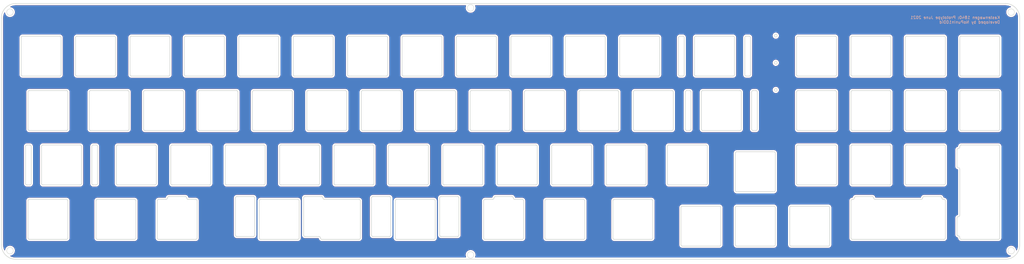
<source format=kicad_pcb>
(kicad_pcb (version 20171130) (host pcbnew "(5.1.9)-1")
  (layers (0 F.Cu signal) (31 B.Cu signal) (34 B.Paste user) (35 F.Paste user) (36 B.SilkS user) (37 F.SilkS user) (38 B.Mask user) (39 F.Mask user) (44 Edge.Cuts user))
  (net 0 "")
  (module MX_plate_cutouts:MX_7.00u_Reverse_1.00u_2.75u_2.25u_1.00u (layer F.Cu) (at 130.175 82.55)
    (fp_text reference REF**)
    (fp_text value "MX_7.00u Reverse 1.00u 2.75u 2.25u 1.00u")
    (fp_line (start 61.025 -7) (end 63.65 -7) (layer Edge.Cuts) (width 0.2))
    (fp_line (start -63.65 -7) (end -61.05 -7) (layer Edge.Cuts) (width 0.2))
    (fp_line (start -54.3 -8) (end -60.05 -8) (layer Edge.Cuts) (width 0.2))
    (fp_line (start 11.38075 6) (end 17.13075 6) (layer Edge.Cuts) (width 0.2))
    (fp_line (start 11.38075 -8) (end 17.13075 -8) (layer Edge.Cuts) (width 0.2))
    (fp_line (start 35.25675 -8) (end 41.00675 -8) (layer Edge.Cuts) (width 0.2))
    (fp_line (start 10.88075 -7.5) (end 10.88075 5.5) (layer Edge.Cuts) (width 0.2))
    (fp_line (start 17.63075 -7.5) (end 17.63075 5.5) (layer Edge.Cuts) (width 0.2))
    (fp_line (start 41.50675 -7.5) (end 41.50675 5.5) (layer Edge.Cuts) (width 0.2))
    (fp_line (start 19.69375 -7) (end 32.69375 -7) (layer Edge.Cuts) (width 0.2))
    (fp_line (start 19.19375 -6.5) (end 19.19375 6.5) (layer Edge.Cuts) (width 0.2))
    (fp_line (start 33.19375 6.5) (end 33.19375 -6.5) (layer Edge.Cuts) (width 0.2))
    (fp_line (start 32.69375 7) (end 19.69375 7) (layer Edge.Cuts) (width 0.2))
    (fp_line (start 34.75675 -7.5) (end 34.75675 5.5) (layer Edge.Cuts) (width 0.2))
    (fp_line (start 35.25675 6) (end 41.00675 6) (layer Edge.Cuts) (width 0.2))
    (fp_line (start -64.15 -6.5) (end -64.15 6.5) (layer Edge.Cuts) (width 0.2))
    (fp_line (start -50.15 6.5) (end -50.15 -6.5) (layer Edge.Cuts) (width 0.2))
    (fp_line (start -53.3 -7) (end -50.65 -7) (layer Edge.Cuts) (width 0.2))
    (fp_line (start 6.5 7) (end -6.5 7) (layer Edge.Cuts) (width 0.2))
    (fp_line (start 7 6.5) (end 7 -6.5) (layer Edge.Cuts) (width 0.2))
    (fp_line (start -5.61825 -7) (end 6.5 -7) (layer Edge.Cuts) (width 0.2))
    (fp_line (start 54.275 -8) (end 60.025 -8) (layer Edge.Cuts) (width 0.2))
    (fp_line (start 64.15 6.5) (end 64.15 -6.5) (layer Edge.Cuts) (width 0.2))
    (fp_line (start 50.15 -6.5) (end 50.15 6.5) (layer Edge.Cuts) (width 0.2))
    (fp_line (start 50.65 -7) (end 53.275 -7) (layer Edge.Cuts) (width 0.2))
    (fp_line (start 63.65 7) (end 50.65 7) (layer Edge.Cuts) (width 0.2))
    (fp_line (start -36.24425 6) (end -30.49425 6) (layer Edge.Cuts) (width 0.2))
    (fp_line (start -36.24425 -8) (end -30.49425 -8) (layer Edge.Cuts) (width 0.2))
    (fp_line (start -29.99425 -7.5) (end -29.99425 5.5) (layer Edge.Cuts) (width 0.2))
    (fp_line (start -27.93125 -7) (end -14.93125 -7) (layer Edge.Cuts) (width 0.2))
    (fp_line (start -28.43125 -6.5) (end -28.43125 6.5) (layer Edge.Cuts) (width 0.2))
    (fp_line (start -14.43125 6.5) (end -14.43125 -6.5) (layer Edge.Cuts) (width 0.2))
    (fp_line (start -36.74425 -7.5) (end -36.74425 5.5) (layer Edge.Cuts) (width 0.2))
    (fp_line (start -14.93125 7) (end -27.93125 7) (layer Edge.Cuts) (width 0.2))
    (fp_line (start -12.36825 -8) (end -6.61825 -8) (layer Edge.Cuts) (width 0.2))
    (fp_line (start -12.36825 6) (end -7.5 6) (layer Edge.Cuts) (width 0.2))
    (fp_line (start -12.86825 -7.5) (end -12.86825 5.5) (layer Edge.Cuts) (width 0.2))
    (fp_line (start -50.65 7) (end -63.65 7) (layer Edge.Cuts) (width 0.2))
    (fp_arc (start -53.3 -7.5) (end -53.8 -7.5) (angle -90) (layer Edge.Cuts) (width 0.2))
    (fp_arc (start -60.05 -7.5) (end -60.05 -8) (angle -90) (layer Edge.Cuts) (width 0.2))
    (fp_arc (start -61.05 -7.5) (end -61.05 -7) (angle -90) (layer Edge.Cuts) (width 0.2))
    (fp_arc (start -54.3 -7.5) (end -53.8 -7.5) (angle -90) (layer Edge.Cuts) (width 0.2))
    (fp_arc (start -6.61825 -7.5) (end -6.11825 -7.5) (angle -90) (layer Edge.Cuts) (width 0.2))
    (fp_arc (start -6.5 6.5) (end -7 6.5) (angle -90) (layer Edge.Cuts) (width 0.2))
    (fp_arc (start 53.275 -7.5) (end 53.275 -7) (angle -90) (layer Edge.Cuts) (width 0.2))
    (fp_arc (start 61.025 -7.5) (end 60.525 -7.5) (angle -90) (layer Edge.Cuts) (width 0.2))
    (fp_arc (start -27.93125 -6.5) (end -27.93125 -7) (angle -90) (layer Edge.Cuts) (width 0.2))
    (fp_arc (start -14.93125 6.5) (end -14.93125 7) (angle -90) (layer Edge.Cuts) (width 0.2))
    (fp_arc (start -14.93125 -6.5) (end -14.43125 -6.5) (angle -90) (layer Edge.Cuts) (width 0.2))
    (fp_arc (start -27.93125 6.5) (end -28.43125 6.5) (angle -90) (layer Edge.Cuts) (width 0.2))
    (fp_arc (start -36.24425 -7.5) (end -36.24425 -8) (angle -90) (layer Edge.Cuts) (width 0.2))
    (fp_arc (start -30.49425 5.5) (end -30.49425 6) (angle -90) (layer Edge.Cuts) (width 0.2))
    (fp_arc (start -36.24425 5.5) (end -36.74425 5.5) (angle -90) (layer Edge.Cuts) (width 0.2))
    (fp_arc (start -12.36825 -7.5) (end -12.36825 -8) (angle -90) (layer Edge.Cuts) (width 0.2))
    (fp_arc (start -7.5 6.5) (end -7 6.5) (angle -90) (layer Edge.Cuts) (width 0.2))
    (fp_arc (start -30.49425 -7.5) (end -29.99425 -7.5) (angle -90) (layer Edge.Cuts) (width 0.2))
    (fp_arc (start -12.36825 5.5) (end -12.86825 5.5) (angle -90) (layer Edge.Cuts) (width 0.2))
    (fp_arc (start 35.25675 -7.5) (end 35.25675 -8) (angle -90) (layer Edge.Cuts) (width 0.2))
    (fp_arc (start 11.38075 5.5) (end 10.88075 5.5) (angle -90) (layer Edge.Cuts) (width 0.2))
    (fp_arc (start 17.13075 5.5) (end 17.13075 6) (angle -90) (layer Edge.Cuts) (width 0.2))
    (fp_arc (start 41.00675 5.5) (end 41.00675 6) (angle -90) (layer Edge.Cuts) (width 0.2))
    (fp_arc (start 11.38075 -7.5) (end 11.38075 -8) (angle -90) (layer Edge.Cuts) (width 0.2))
    (fp_arc (start 32.69375 6.5) (end 32.69375 7) (angle -90) (layer Edge.Cuts) (width 0.2))
    (fp_arc (start 17.13075 -7.5) (end 17.63075 -7.5) (angle -90) (layer Edge.Cuts) (width 0.2))
    (fp_arc (start 19.69375 -6.5) (end 19.69375 -7) (angle -90) (layer Edge.Cuts) (width 0.2))
    (fp_arc (start 32.69375 -6.5) (end 33.19375 -6.5) (angle -90) (layer Edge.Cuts) (width 0.2))
    (fp_arc (start 19.69375 6.5) (end 19.19375 6.5) (angle -90) (layer Edge.Cuts) (width 0.2))
    (fp_arc (start 41.00675 -7.5) (end 41.50675 -7.5) (angle -90) (layer Edge.Cuts) (width 0.2))
    (fp_arc (start 35.25675 5.5) (end 34.75675 5.5) (angle -90) (layer Edge.Cuts) (width 0.2))
    (fp_arc (start 50.65 -6.5) (end 50.65 -7) (angle -90) (layer Edge.Cuts) (width 0.2))
    (fp_arc (start 63.65 6.5) (end 63.65 7) (angle -90) (layer Edge.Cuts) (width 0.2))
    (fp_arc (start 50.65 6.5) (end 50.15 6.5) (angle -90) (layer Edge.Cuts) (width 0.2))
    (fp_arc (start 63.65 -6.5) (end 64.15 -6.5) (angle -90) (layer Edge.Cuts) (width 0.2))
    (fp_arc (start -50.65 -6.5) (end -50.15 -6.5) (angle -90) (layer Edge.Cuts) (width 0.2))
    (fp_arc (start -63.65 6.5) (end -64.15 6.5) (angle -90) (layer Edge.Cuts) (width 0.2))
    (fp_arc (start -63.65 -6.5) (end -63.65 -7) (angle -90) (layer Edge.Cuts) (width 0.2))
    (fp_arc (start -50.65 6.5) (end -50.65 7) (angle -90) (layer Edge.Cuts) (width 0.2))
    (fp_arc (start 60.025 -7.5) (end 60.525 -7.5) (angle -90) (layer Edge.Cuts) (width 0.2))
    (fp_arc (start 54.275 -7.5) (end 54.275 -8) (angle -90) (layer Edge.Cuts) (width 0.2))
    (fp_arc (start 6.5 -6.5) (end 7 -6.5) (angle -90) (layer Edge.Cuts) (width 0.2))
    (fp_arc (start 6.5 6.5) (end 6.5 7) (angle -90) (layer Edge.Cuts) (width 0.2))
    (fp_arc (start -5.61825 -7.5) (end -6.11825 -7.5) (angle -90) (layer Edge.Cuts) (width 0.2))
  )
  (module MX_plate_cutouts:MX_2.00u_Hybrid_Split (layer F.Cu) (at 354.0125 73.025 270)
    (fp_text reference REF**)
    (fp_text value "MX_2.00u Hybrid Split")
    (fp_line (start 16.525 6.5) (end 16.525 -6.5) (layer Edge.Cuts) (width 0.2))
    (fp_line (start 16.025 7) (end 15.813 7) (layer Edge.Cuts) (width 0.2))
    (fp_line (start -16.525 -6.5) (end -16.525 6.5) (layer Edge.Cuts) (width 0.2))
    (fp_line (start -16.025 -7) (end 16.025 -7) (layer Edge.Cuts) (width 0.2))
    (fp_line (start -15.813 7) (end -16.025 7) (layer Edge.Cuts) (width 0.2))
    (fp_line (start 9.063 8) (end 14.813 8) (layer Edge.Cuts) (width 0.2))
    (fp_line (start 8.063 7) (end -8.063 7) (layer Edge.Cuts) (width 0.2))
    (fp_line (start -14.813 8) (end -9.063 8) (layer Edge.Cuts) (width 0.2))
    (fp_arc (start -8.063 7.5) (end -8.063 7) (angle -90) (layer Edge.Cuts) (width 0.2))
    (fp_arc (start -15.813 7.5) (end -15.313 7.5) (angle -90) (layer Edge.Cuts) (width 0.2))
    (fp_arc (start 8.063 7.5) (end 8.563 7.5) (angle -90) (layer Edge.Cuts) (width 0.2))
    (fp_arc (start 15.813 7.5) (end 15.813 7) (angle -90) (layer Edge.Cuts) (width 0.2))
    (fp_arc (start 16.025 6.5) (end 16.025 7) (angle -90) (layer Edge.Cuts) (width 0.2))
    (fp_arc (start 16.025 -6.5) (end 16.525 -6.5) (angle -90) (layer Edge.Cuts) (width 0.2))
    (fp_arc (start -16.025 -6.5) (end -16.025 -7) (angle -90) (layer Edge.Cuts) (width 0.2))
    (fp_arc (start -16.025 6.5) (end -16.525 6.5) (angle -90) (layer Edge.Cuts) (width 0.2))
    (fp_arc (start 14.813 7.5) (end 14.813 8) (angle -90) (layer Edge.Cuts) (width 0.2))
    (fp_arc (start 9.063 7.5) (end 8.563 7.5) (angle -90) (layer Edge.Cuts) (width 0.2))
    (fp_arc (start -14.813 7.5) (end -15.313 7.5) (angle -90) (layer Edge.Cuts) (width 0.2))
    (fp_arc (start -9.063 7.5) (end -9.063 8) (angle -90) (layer Edge.Cuts) (width 0.2))
  )
  (module MX_plate_cutouts:MX_2.00u_Hybrid_Split (layer F.Cu) (at 325.4375 82.55 180)
    (fp_text reference REF**)
    (fp_text value "MX_2.00u Hybrid Split")
    (fp_line (start 16.525 6.5) (end 16.525 -6.5) (layer Edge.Cuts) (width 0.2))
    (fp_line (start 16.025 7) (end 15.813 7) (layer Edge.Cuts) (width 0.2))
    (fp_line (start -16.525 -6.5) (end -16.525 6.5) (layer Edge.Cuts) (width 0.2))
    (fp_line (start -16.025 -7) (end 16.025 -7) (layer Edge.Cuts) (width 0.2))
    (fp_line (start -15.813 7) (end -16.025 7) (layer Edge.Cuts) (width 0.2))
    (fp_line (start 9.063 8) (end 14.813 8) (layer Edge.Cuts) (width 0.2))
    (fp_line (start 8.063 7) (end -8.063 7) (layer Edge.Cuts) (width 0.2))
    (fp_line (start -14.813 8) (end -9.063 8) (layer Edge.Cuts) (width 0.2))
    (fp_arc (start -8.063 7.5) (end -8.063 7) (angle -90) (layer Edge.Cuts) (width 0.2))
    (fp_arc (start -15.813 7.5) (end -15.313 7.5) (angle -90) (layer Edge.Cuts) (width 0.2))
    (fp_arc (start 8.063 7.5) (end 8.563 7.5) (angle -90) (layer Edge.Cuts) (width 0.2))
    (fp_arc (start 15.813 7.5) (end 15.813 7) (angle -90) (layer Edge.Cuts) (width 0.2))
    (fp_arc (start 16.025 6.5) (end 16.025 7) (angle -90) (layer Edge.Cuts) (width 0.2))
    (fp_arc (start 16.025 -6.5) (end 16.525 -6.5) (angle -90) (layer Edge.Cuts) (width 0.2))
    (fp_arc (start -16.025 -6.5) (end -16.025 -7) (angle -90) (layer Edge.Cuts) (width 0.2))
    (fp_arc (start -16.025 6.5) (end -16.525 6.5) (angle -90) (layer Edge.Cuts) (width 0.2))
    (fp_arc (start 14.813 7.5) (end 14.813 8) (angle -90) (layer Edge.Cuts) (width 0.2))
    (fp_arc (start 9.063 7.5) (end 8.563 7.5) (angle -90) (layer Edge.Cuts) (width 0.2))
    (fp_arc (start -14.813 7.5) (end -15.313 7.5) (angle -90) (layer Edge.Cuts) (width 0.2))
    (fp_arc (start -9.063 7.5) (end -9.063 8) (angle -90) (layer Edge.Cuts) (width 0.2))
  )
  (module MX_plate_cutouts:MX_1.00u_Cutout (layer F.Cu) (at 334.9625 63.5)
    (fp_text reference REF**)
    (fp_text value "MX_1.00u Cutout")
    (fp_line (start 6.5 7) (end -6.5 7) (layer Edge.Cuts) (width 0.2))
    (fp_line (start 7 6.5) (end 7 -6.5) (layer Edge.Cuts) (width 0.2))
    (fp_line (start -7 -6.5) (end -7 6.5) (layer Edge.Cuts) (width 0.2))
    (fp_line (start -6.5 -7) (end 6.5 -7) (layer Edge.Cuts) (width 0.2))
    (fp_arc (start -6.5 6.5) (end -7 6.5) (angle -90) (layer Edge.Cuts) (width 0.2))
    (fp_arc (start 6.5 -6.5) (end 7 -6.5) (angle -90) (layer Edge.Cuts) (width 0.2))
    (fp_arc (start 6.5 6.5) (end 6.5 7) (angle -90) (layer Edge.Cuts) (width 0.2))
    (fp_arc (start -6.5 -6.5) (end -6.5 -7) (angle -90) (layer Edge.Cuts) (width 0.2))
  )
  (module MX_plate_cutouts:MX_1.00u_Cutout (layer F.Cu) (at 315.9125 63.5)
    (fp_text reference REF**)
    (fp_text value "MX_1.00u Cutout")
    (fp_line (start 6.5 7) (end -6.5 7) (layer Edge.Cuts) (width 0.2))
    (fp_line (start 7 6.5) (end 7 -6.5) (layer Edge.Cuts) (width 0.2))
    (fp_line (start -7 -6.5) (end -7 6.5) (layer Edge.Cuts) (width 0.2))
    (fp_line (start -6.5 -7) (end 6.5 -7) (layer Edge.Cuts) (width 0.2))
    (fp_arc (start -6.5 6.5) (end -7 6.5) (angle -90) (layer Edge.Cuts) (width 0.2))
    (fp_arc (start 6.5 -6.5) (end 7 -6.5) (angle -90) (layer Edge.Cuts) (width 0.2))
    (fp_arc (start 6.5 6.5) (end 6.5 7) (angle -90) (layer Edge.Cuts) (width 0.2))
    (fp_arc (start -6.5 -6.5) (end -6.5 -7) (angle -90) (layer Edge.Cuts) (width 0.2))
  )
  (module MX_plate_cutouts:MX_1.00u_Cutout (layer F.Cu) (at 354.0125 44.45)
    (fp_text reference REF**)
    (fp_text value "MX_1.00u Cutout")
    (fp_line (start 6.5 7) (end -6.5 7) (layer Edge.Cuts) (width 0.2))
    (fp_line (start 7 6.5) (end 7 -6.5) (layer Edge.Cuts) (width 0.2))
    (fp_line (start -7 -6.5) (end -7 6.5) (layer Edge.Cuts) (width 0.2))
    (fp_line (start -6.5 -7) (end 6.5 -7) (layer Edge.Cuts) (width 0.2))
    (fp_arc (start -6.5 6.5) (end -7 6.5) (angle -90) (layer Edge.Cuts) (width 0.2))
    (fp_arc (start 6.5 -6.5) (end 7 -6.5) (angle -90) (layer Edge.Cuts) (width 0.2))
    (fp_arc (start 6.5 6.5) (end 6.5 7) (angle -90) (layer Edge.Cuts) (width 0.2))
    (fp_arc (start -6.5 -6.5) (end -6.5 -7) (angle -90) (layer Edge.Cuts) (width 0.2))
  )
  (module MX_plate_cutouts:MX_1.00u_Cutout (layer F.Cu) (at 334.9625 44.45)
    (fp_text reference REF**)
    (fp_text value "MX_1.00u Cutout")
    (fp_line (start 6.5 7) (end -6.5 7) (layer Edge.Cuts) (width 0.2))
    (fp_line (start 7 6.5) (end 7 -6.5) (layer Edge.Cuts) (width 0.2))
    (fp_line (start -7 -6.5) (end -7 6.5) (layer Edge.Cuts) (width 0.2))
    (fp_line (start -6.5 -7) (end 6.5 -7) (layer Edge.Cuts) (width 0.2))
    (fp_arc (start -6.5 6.5) (end -7 6.5) (angle -90) (layer Edge.Cuts) (width 0.2))
    (fp_arc (start 6.5 -6.5) (end 7 -6.5) (angle -90) (layer Edge.Cuts) (width 0.2))
    (fp_arc (start 6.5 6.5) (end 6.5 7) (angle -90) (layer Edge.Cuts) (width 0.2))
    (fp_arc (start -6.5 -6.5) (end -6.5 -7) (angle -90) (layer Edge.Cuts) (width 0.2))
  )
  (module MX_plate_cutouts:MX_1.00u_Cutout (layer F.Cu) (at 315.9125 44.45)
    (fp_text reference REF**)
    (fp_text value "MX_1.00u Cutout")
    (fp_line (start 6.5 7) (end -6.5 7) (layer Edge.Cuts) (width 0.2))
    (fp_line (start 7 6.5) (end 7 -6.5) (layer Edge.Cuts) (width 0.2))
    (fp_line (start -7 -6.5) (end -7 6.5) (layer Edge.Cuts) (width 0.2))
    (fp_line (start -6.5 -7) (end 6.5 -7) (layer Edge.Cuts) (width 0.2))
    (fp_arc (start -6.5 6.5) (end -7 6.5) (angle -90) (layer Edge.Cuts) (width 0.2))
    (fp_arc (start 6.5 -6.5) (end 7 -6.5) (angle -90) (layer Edge.Cuts) (width 0.2))
    (fp_arc (start 6.5 6.5) (end 6.5 7) (angle -90) (layer Edge.Cuts) (width 0.2))
    (fp_arc (start -6.5 -6.5) (end -6.5 -7) (angle -90) (layer Edge.Cuts) (width 0.2))
  )
  (module MX_plate_cutouts:MX_1.00u_Cutout (layer F.Cu) (at 354.0125 25.4)
    (fp_text reference REF**)
    (fp_text value "MX_1.00u Cutout")
    (fp_line (start 6.5 7) (end -6.5 7) (layer Edge.Cuts) (width 0.2))
    (fp_line (start 7 6.5) (end 7 -6.5) (layer Edge.Cuts) (width 0.2))
    (fp_line (start -7 -6.5) (end -7 6.5) (layer Edge.Cuts) (width 0.2))
    (fp_line (start -6.5 -7) (end 6.5 -7) (layer Edge.Cuts) (width 0.2))
    (fp_arc (start -6.5 6.5) (end -7 6.5) (angle -90) (layer Edge.Cuts) (width 0.2))
    (fp_arc (start 6.5 -6.5) (end 7 -6.5) (angle -90) (layer Edge.Cuts) (width 0.2))
    (fp_arc (start 6.5 6.5) (end 6.5 7) (angle -90) (layer Edge.Cuts) (width 0.2))
    (fp_arc (start -6.5 -6.5) (end -6.5 -7) (angle -90) (layer Edge.Cuts) (width 0.2))
  )
  (module MX_plate_cutouts:MX_1.00u_Cutout (layer F.Cu) (at 334.9625 25.4)
    (fp_text reference REF**)
    (fp_text value "MX_1.00u Cutout")
    (fp_line (start 6.5 7) (end -6.5 7) (layer Edge.Cuts) (width 0.2))
    (fp_line (start 7 6.5) (end 7 -6.5) (layer Edge.Cuts) (width 0.2))
    (fp_line (start -7 -6.5) (end -7 6.5) (layer Edge.Cuts) (width 0.2))
    (fp_line (start -6.5 -7) (end 6.5 -7) (layer Edge.Cuts) (width 0.2))
    (fp_arc (start -6.5 6.5) (end -7 6.5) (angle -90) (layer Edge.Cuts) (width 0.2))
    (fp_arc (start 6.5 -6.5) (end 7 -6.5) (angle -90) (layer Edge.Cuts) (width 0.2))
    (fp_arc (start 6.5 6.5) (end 6.5 7) (angle -90) (layer Edge.Cuts) (width 0.2))
    (fp_arc (start -6.5 -6.5) (end -6.5 -7) (angle -90) (layer Edge.Cuts) (width 0.2))
  )
  (module MX_plate_cutouts:MX_1.00u_Cutout (layer F.Cu) (at 315.9125 25.4)
    (fp_text reference REF**)
    (fp_text value "MX_1.00u Cutout")
    (fp_line (start 6.5 7) (end -6.5 7) (layer Edge.Cuts) (width 0.2))
    (fp_line (start 7 6.5) (end 7 -6.5) (layer Edge.Cuts) (width 0.2))
    (fp_line (start -7 -6.5) (end -7 6.5) (layer Edge.Cuts) (width 0.2))
    (fp_line (start -6.5 -7) (end 6.5 -7) (layer Edge.Cuts) (width 0.2))
    (fp_arc (start -6.5 6.5) (end -7 6.5) (angle -90) (layer Edge.Cuts) (width 0.2))
    (fp_arc (start 6.5 -6.5) (end 7 -6.5) (angle -90) (layer Edge.Cuts) (width 0.2))
    (fp_arc (start 6.5 6.5) (end 6.5 7) (angle -90) (layer Edge.Cuts) (width 0.2))
    (fp_arc (start -6.5 -6.5) (end -6.5 -7) (angle -90) (layer Edge.Cuts) (width 0.2))
  )
  (module MX_plate_cutouts:MX_1.00u_Cutout (layer F.Cu) (at 296.8625 25.4)
    (fp_text reference REF**)
    (fp_text value "MX_1.00u Cutout")
    (fp_line (start 6.5 7) (end -6.5 7) (layer Edge.Cuts) (width 0.2))
    (fp_line (start 7 6.5) (end 7 -6.5) (layer Edge.Cuts) (width 0.2))
    (fp_line (start -7 -6.5) (end -7 6.5) (layer Edge.Cuts) (width 0.2))
    (fp_line (start -6.5 -7) (end 6.5 -7) (layer Edge.Cuts) (width 0.2))
    (fp_arc (start -6.5 6.5) (end -7 6.5) (angle -90) (layer Edge.Cuts) (width 0.2))
    (fp_arc (start 6.5 -6.5) (end 7 -6.5) (angle -90) (layer Edge.Cuts) (width 0.2))
    (fp_arc (start 6.5 6.5) (end 6.5 7) (angle -90) (layer Edge.Cuts) (width 0.2))
    (fp_arc (start -6.5 -6.5) (end -6.5 -7) (angle -90) (layer Edge.Cuts) (width 0.2))
  )
  (module MX_plate_cutouts:MX_1.00u_Cutout (layer F.Cu) (at 296.8625 44.45)
    (fp_text reference REF**)
    (fp_text value "MX_1.00u Cutout")
    (fp_line (start 6.5 7) (end -6.5 7) (layer Edge.Cuts) (width 0.2))
    (fp_line (start 7 6.5) (end 7 -6.5) (layer Edge.Cuts) (width 0.2))
    (fp_line (start -7 -6.5) (end -7 6.5) (layer Edge.Cuts) (width 0.2))
    (fp_line (start -6.5 -7) (end 6.5 -7) (layer Edge.Cuts) (width 0.2))
    (fp_arc (start -6.5 6.5) (end -7 6.5) (angle -90) (layer Edge.Cuts) (width 0.2))
    (fp_arc (start 6.5 -6.5) (end 7 -6.5) (angle -90) (layer Edge.Cuts) (width 0.2))
    (fp_arc (start 6.5 6.5) (end 6.5 7) (angle -90) (layer Edge.Cuts) (width 0.2))
    (fp_arc (start -6.5 -6.5) (end -6.5 -7) (angle -90) (layer Edge.Cuts) (width 0.2))
  )
  (module MX_plate_cutouts:MX_1.00u_Cutout (layer F.Cu) (at 296.8625 63.5)
    (fp_text reference REF**)
    (fp_text value "MX_1.00u Cutout")
    (fp_line (start 6.5 7) (end -6.5 7) (layer Edge.Cuts) (width 0.2))
    (fp_line (start 7 6.5) (end 7 -6.5) (layer Edge.Cuts) (width 0.2))
    (fp_line (start -7 -6.5) (end -7 6.5) (layer Edge.Cuts) (width 0.2))
    (fp_line (start -6.5 -7) (end 6.5 -7) (layer Edge.Cuts) (width 0.2))
    (fp_arc (start -6.5 6.5) (end -7 6.5) (angle -90) (layer Edge.Cuts) (width 0.2))
    (fp_arc (start 6.5 -6.5) (end 7 -6.5) (angle -90) (layer Edge.Cuts) (width 0.2))
    (fp_arc (start 6.5 6.5) (end 6.5 7) (angle -90) (layer Edge.Cuts) (width 0.2))
    (fp_arc (start -6.5 -6.5) (end -6.5 -7) (angle -90) (layer Edge.Cuts) (width 0.2))
  )
  (module MX_plate_cutouts:MX_1.00u_Cutout (layer F.Cu) (at 294.48125 84.93125)
    (fp_text reference REF**)
    (fp_text value "MX_1.00u Cutout")
    (fp_line (start 6.5 7) (end -6.5 7) (layer Edge.Cuts) (width 0.2))
    (fp_line (start 7 6.5) (end 7 -6.5) (layer Edge.Cuts) (width 0.2))
    (fp_line (start -7 -6.5) (end -7 6.5) (layer Edge.Cuts) (width 0.2))
    (fp_line (start -6.5 -7) (end 6.5 -7) (layer Edge.Cuts) (width 0.2))
    (fp_arc (start -6.5 6.5) (end -7 6.5) (angle -90) (layer Edge.Cuts) (width 0.2))
    (fp_arc (start 6.5 -6.5) (end 7 -6.5) (angle -90) (layer Edge.Cuts) (width 0.2))
    (fp_arc (start 6.5 6.5) (end 6.5 7) (angle -90) (layer Edge.Cuts) (width 0.2))
    (fp_arc (start -6.5 -6.5) (end -6.5 -7) (angle -90) (layer Edge.Cuts) (width 0.2))
  )
  (module MX_plate_cutouts:MX_1.00u_Cutout (layer F.Cu) (at 256.38125 84.93125)
    (fp_text reference REF**)
    (fp_text value "MX_1.00u Cutout")
    (fp_line (start 6.5 7) (end -6.5 7) (layer Edge.Cuts) (width 0.2))
    (fp_line (start 7 6.5) (end 7 -6.5) (layer Edge.Cuts) (width 0.2))
    (fp_line (start -7 -6.5) (end -7 6.5) (layer Edge.Cuts) (width 0.2))
    (fp_line (start -6.5 -7) (end 6.5 -7) (layer Edge.Cuts) (width 0.2))
    (fp_arc (start -6.5 6.5) (end -7 6.5) (angle -90) (layer Edge.Cuts) (width 0.2))
    (fp_arc (start 6.5 -6.5) (end 7 -6.5) (angle -90) (layer Edge.Cuts) (width 0.2))
    (fp_arc (start 6.5 6.5) (end 6.5 7) (angle -90) (layer Edge.Cuts) (width 0.2))
    (fp_arc (start -6.5 -6.5) (end -6.5 -7) (angle -90) (layer Edge.Cuts) (width 0.2))
  )
  (module MX_plate_cutouts:MX_1.00u_Cutout (layer F.Cu) (at 275.43125 84.93125)
    (fp_text reference REF**)
    (fp_text value "MX_1.00u Cutout")
    (fp_line (start 6.5 7) (end -6.5 7) (layer Edge.Cuts) (width 0.2))
    (fp_line (start 7 6.5) (end 7 -6.5) (layer Edge.Cuts) (width 0.2))
    (fp_line (start -7 -6.5) (end -7 6.5) (layer Edge.Cuts) (width 0.2))
    (fp_line (start -6.5 -7) (end 6.5 -7) (layer Edge.Cuts) (width 0.2))
    (fp_arc (start -6.5 6.5) (end -7 6.5) (angle -90) (layer Edge.Cuts) (width 0.2))
    (fp_arc (start 6.5 -6.5) (end 7 -6.5) (angle -90) (layer Edge.Cuts) (width 0.2))
    (fp_arc (start 6.5 6.5) (end 6.5 7) (angle -90) (layer Edge.Cuts) (width 0.2))
    (fp_arc (start -6.5 -6.5) (end -6.5 -7) (angle -90) (layer Edge.Cuts) (width 0.2))
  )
  (module MX_plate_cutouts:MX_1.00u_Cutout (layer F.Cu) (at 275.43125 65.88125)
    (fp_text reference REF**)
    (fp_text value "MX_1.00u Cutout")
    (fp_line (start 6.5 7) (end -6.5 7) (layer Edge.Cuts) (width 0.2))
    (fp_line (start 7 6.5) (end 7 -6.5) (layer Edge.Cuts) (width 0.2))
    (fp_line (start -7 -6.5) (end -7 6.5) (layer Edge.Cuts) (width 0.2))
    (fp_line (start -6.5 -7) (end 6.5 -7) (layer Edge.Cuts) (width 0.2))
    (fp_arc (start -6.5 6.5) (end -7 6.5) (angle -90) (layer Edge.Cuts) (width 0.2))
    (fp_arc (start 6.5 -6.5) (end 7 -6.5) (angle -90) (layer Edge.Cuts) (width 0.2))
    (fp_arc (start 6.5 6.5) (end 6.5 7) (angle -90) (layer Edge.Cuts) (width 0.2))
    (fp_arc (start -6.5 -6.5) (end -6.5 -7) (angle -90) (layer Edge.Cuts) (width 0.2))
  )
  (module MX_plate_cutouts:MX_1.25u_Cutout (layer F.Cu) (at 208.75625 82.55)
    (fp_text reference REF**)
    (fp_text value "MX_1.25u Cutout")
    (fp_line (start -6.5 -7) (end 6.5 -7) (layer Edge.Cuts) (width 0.2))
    (fp_line (start -7 -6.5) (end -7 6.5) (layer Edge.Cuts) (width 0.2))
    (fp_line (start 7 6.5) (end 7 -6.5) (layer Edge.Cuts) (width 0.2))
    (fp_line (start 6.5 7) (end -6.5 7) (layer Edge.Cuts) (width 0.2))
    (fp_arc (start -6.5 6.5) (end -7 6.5) (angle -90) (layer Edge.Cuts) (width 0.2))
    (fp_arc (start 6.5 -6.5) (end 7 -6.5) (angle -90) (layer Edge.Cuts) (width 0.2))
    (fp_arc (start 6.5 6.5) (end 6.5 7) (angle -90) (layer Edge.Cuts) (width 0.2))
    (fp_arc (start -6.5 -6.5) (end -6.5 -7) (angle -90) (layer Edge.Cuts) (width 0.2))
  )
  (module MX_plate_cutouts:MX_1.25u_Cutout (layer F.Cu) (at 232.56875 82.55)
    (fp_text reference REF**)
    (fp_text value "MX_1.25u Cutout")
    (fp_line (start -6.5 -7) (end 6.5 -7) (layer Edge.Cuts) (width 0.2))
    (fp_line (start -7 -6.5) (end -7 6.5) (layer Edge.Cuts) (width 0.2))
    (fp_line (start 7 6.5) (end 7 -6.5) (layer Edge.Cuts) (width 0.2))
    (fp_line (start 6.5 7) (end -6.5 7) (layer Edge.Cuts) (width 0.2))
    (fp_arc (start -6.5 6.5) (end -7 6.5) (angle -90) (layer Edge.Cuts) (width 0.2))
    (fp_arc (start 6.5 -6.5) (end 7 -6.5) (angle -90) (layer Edge.Cuts) (width 0.2))
    (fp_arc (start 6.5 6.5) (end 6.5 7) (angle -90) (layer Edge.Cuts) (width 0.2))
    (fp_arc (start -6.5 -6.5) (end -6.5 -7) (angle -90) (layer Edge.Cuts) (width 0.2))
  )
  (module MX_plate_cutouts:MX_1.25u_Cutout (layer F.Cu) (at 51.59375 82.55)
    (fp_text reference REF**)
    (fp_text value "MX_1.25u Cutout")
    (fp_line (start -6.5 -7) (end 6.5 -7) (layer Edge.Cuts) (width 0.2))
    (fp_line (start -7 -6.5) (end -7 6.5) (layer Edge.Cuts) (width 0.2))
    (fp_line (start 7 6.5) (end 7 -6.5) (layer Edge.Cuts) (width 0.2))
    (fp_line (start 6.5 7) (end -6.5 7) (layer Edge.Cuts) (width 0.2))
    (fp_arc (start -6.5 6.5) (end -7 6.5) (angle -90) (layer Edge.Cuts) (width 0.2))
    (fp_arc (start 6.5 -6.5) (end 7 -6.5) (angle -90) (layer Edge.Cuts) (width 0.2))
    (fp_arc (start 6.5 6.5) (end 6.5 7) (angle -90) (layer Edge.Cuts) (width 0.2))
    (fp_arc (start -6.5 -6.5) (end -6.5 -7) (angle -90) (layer Edge.Cuts) (width 0.2))
  )
  (module MX_plate_cutouts:MX_1.25u_Cutout (layer F.Cu) (at 27.78125 82.55)
    (fp_text reference REF**)
    (fp_text value "MX_1.25u Cutout")
    (fp_line (start -6.5 -7) (end 6.5 -7) (layer Edge.Cuts) (width 0.2))
    (fp_line (start -7 -6.5) (end -7 6.5) (layer Edge.Cuts) (width 0.2))
    (fp_line (start 7 6.5) (end 7 -6.5) (layer Edge.Cuts) (width 0.2))
    (fp_line (start 6.5 7) (end -6.5 7) (layer Edge.Cuts) (width 0.2))
    (fp_arc (start -6.5 6.5) (end -7 6.5) (angle -90) (layer Edge.Cuts) (width 0.2))
    (fp_arc (start 6.5 -6.5) (end 7 -6.5) (angle -90) (layer Edge.Cuts) (width 0.2))
    (fp_arc (start 6.5 6.5) (end 6.5 7) (angle -90) (layer Edge.Cuts) (width 0.2))
    (fp_arc (start -6.5 -6.5) (end -6.5 -7) (angle -90) (layer Edge.Cuts) (width 0.2))
  )
  (module MX_plate_cutouts:MX_1.25u_Cutout (layer F.Cu) (at 27.78125 44.45)
    (fp_text reference REF**)
    (fp_text value "MX_1.25u Cutout")
    (fp_line (start -6.5 -7) (end 6.5 -7) (layer Edge.Cuts) (width 0.2))
    (fp_line (start -7 -6.5) (end -7 6.5) (layer Edge.Cuts) (width 0.2))
    (fp_line (start 7 6.5) (end 7 -6.5) (layer Edge.Cuts) (width 0.2))
    (fp_line (start 6.5 7) (end -6.5 7) (layer Edge.Cuts) (width 0.2))
    (fp_arc (start -6.5 6.5) (end -7 6.5) (angle -90) (layer Edge.Cuts) (width 0.2))
    (fp_arc (start 6.5 -6.5) (end 7 -6.5) (angle -90) (layer Edge.Cuts) (width 0.2))
    (fp_arc (start 6.5 6.5) (end 6.5 7) (angle -90) (layer Edge.Cuts) (width 0.2))
    (fp_arc (start -6.5 -6.5) (end -6.5 -7) (angle -90) (layer Edge.Cuts) (width 0.2))
  )
  (module MX_plate_cutouts:MX_1.25u_Cutout (layer F.Cu) (at 251.61875 63.5)
    (fp_text reference REF**)
    (fp_text value "MX_1.25u Cutout")
    (fp_line (start -6.5 -7) (end 6.5 -7) (layer Edge.Cuts) (width 0.2))
    (fp_line (start -7 -6.5) (end -7 6.5) (layer Edge.Cuts) (width 0.2))
    (fp_line (start 7 6.5) (end 7 -6.5) (layer Edge.Cuts) (width 0.2))
    (fp_line (start 6.5 7) (end -6.5 7) (layer Edge.Cuts) (width 0.2))
    (fp_arc (start -6.5 6.5) (end -7 6.5) (angle -90) (layer Edge.Cuts) (width 0.2))
    (fp_arc (start 6.5 -6.5) (end 7 -6.5) (angle -90) (layer Edge.Cuts) (width 0.2))
    (fp_arc (start 6.5 6.5) (end 6.5 7) (angle -90) (layer Edge.Cuts) (width 0.2))
    (fp_arc (start -6.5 -6.5) (end -6.5 -7) (angle -90) (layer Edge.Cuts) (width 0.2))
  )
  (module MX_plate_cutouts:MX_1.50u_Cutout (layer F.Cu) (at 263.525 44.45)
    (fp_text reference REF**)
    (fp_text value "MX_1.50u Cutout")
    (fp_line (start 12.6 6.5) (end 12.6 -6.5) (layer Edge.Cuts) (width 0.2))
    (fp_line (start 10.6 6.5) (end 10.6 -6.5) (layer Edge.Cuts) (width 0.2))
    (fp_line (start 12.1 -7) (end 11.1 -7) (layer Edge.Cuts) (width 0.2))
    (fp_line (start 12.1 7) (end 11.1 7) (layer Edge.Cuts) (width 0.2))
    (fp_line (start -12.1 7) (end -11.1 7) (layer Edge.Cuts) (width 0.2))
    (fp_line (start -12.1 -7) (end -11.1 -7) (layer Edge.Cuts) (width 0.2))
    (fp_line (start -12.6 -6.5) (end -12.6 6.5) (layer Edge.Cuts) (width 0.2))
    (fp_line (start -10.6 -6.5) (end -10.6 6.5) (layer Edge.Cuts) (width 0.2))
    (fp_line (start -6.5 -7) (end 6.5 -7) (layer Edge.Cuts) (width 0.2))
    (fp_line (start -7 -6.5) (end -7 6.5) (layer Edge.Cuts) (width 0.2))
    (fp_line (start 7 6.5) (end 7 -6.5) (layer Edge.Cuts) (width 0.2))
    (fp_line (start 6.5 7) (end -6.5 7) (layer Edge.Cuts) (width 0.2))
    (fp_arc (start 12.1 6.5) (end 12.1 7) (angle -90) (layer Edge.Cuts) (width 0.2))
    (fp_arc (start 11.1 -6.5) (end 11.1 -7) (angle -90) (layer Edge.Cuts) (width 0.2))
    (fp_arc (start 11.1 6.5) (end 10.6 6.5) (angle -90) (layer Edge.Cuts) (width 0.2))
    (fp_arc (start 12.1 -6.5) (end 12.6 -6.5) (angle -90) (layer Edge.Cuts) (width 0.2))
    (fp_arc (start -11.1 -6.5) (end -10.6 -6.5) (angle -90) (layer Edge.Cuts) (width 0.2))
    (fp_arc (start -12.1 6.5) (end -12.6 6.5) (angle -90) (layer Edge.Cuts) (width 0.2))
    (fp_arc (start -11.1 6.5) (end -11.1 7) (angle -90) (layer Edge.Cuts) (width 0.2))
    (fp_arc (start -12.1 -6.5) (end -12.1 -7) (angle -90) (layer Edge.Cuts) (width 0.2))
    (fp_arc (start -6.5 6.5) (end -7 6.5) (angle -90) (layer Edge.Cuts) (width 0.2))
    (fp_arc (start 6.5 -6.5) (end 7 -6.5) (angle -90) (layer Edge.Cuts) (width 0.2))
    (fp_arc (start 6.5 6.5) (end 6.5 7) (angle -90) (layer Edge.Cuts) (width 0.2))
    (fp_arc (start -6.5 -6.5) (end -6.5 -7) (angle -90) (layer Edge.Cuts) (width 0.2))
  )
  (module MX_plate_cutouts:MX_1.75u_Cutout (layer F.Cu) (at 261.14375 25.4)
    (fp_text reference REF**)
    (fp_text value "MX_1.75u Cutout")
    (fp_line (start 12.6 6.5) (end 12.6 -6.5) (layer Edge.Cuts) (width 0.2))
    (fp_line (start 10.6 6.5) (end 10.6 -6.5) (layer Edge.Cuts) (width 0.2))
    (fp_line (start 12.1 -7) (end 11.1 -7) (layer Edge.Cuts) (width 0.2))
    (fp_line (start 12.1 7) (end 11.1 7) (layer Edge.Cuts) (width 0.2))
    (fp_line (start -12.1 7) (end -11.1 7) (layer Edge.Cuts) (width 0.2))
    (fp_line (start -12.1 -7) (end -11.1 -7) (layer Edge.Cuts) (width 0.2))
    (fp_line (start -12.6 -6.5) (end -12.6 6.5) (layer Edge.Cuts) (width 0.2))
    (fp_line (start -10.6 -6.5) (end -10.6 6.5) (layer Edge.Cuts) (width 0.2))
    (fp_line (start -6.5 -7) (end 6.5 -7) (layer Edge.Cuts) (width 0.2))
    (fp_line (start -7 -6.5) (end -7 6.5) (layer Edge.Cuts) (width 0.2))
    (fp_line (start 7 6.5) (end 7 -6.5) (layer Edge.Cuts) (width 0.2))
    (fp_line (start 6.5 7) (end -6.5 7) (layer Edge.Cuts) (width 0.2))
    (fp_arc (start 12.1 6.5) (end 12.1 7) (angle -90) (layer Edge.Cuts) (width 0.2))
    (fp_arc (start 11.1 -6.5) (end 11.1 -7) (angle -90) (layer Edge.Cuts) (width 0.2))
    (fp_arc (start 11.1 6.5) (end 10.6 6.5) (angle -90) (layer Edge.Cuts) (width 0.2))
    (fp_arc (start 12.1 -6.5) (end 12.6 -6.5) (angle -90) (layer Edge.Cuts) (width 0.2))
    (fp_arc (start -11.1 -6.5) (end -10.6 -6.5) (angle -90) (layer Edge.Cuts) (width 0.2))
    (fp_arc (start -12.1 6.5) (end -12.6 6.5) (angle -90) (layer Edge.Cuts) (width 0.2))
    (fp_arc (start -11.1 6.5) (end -11.1 7) (angle -90) (layer Edge.Cuts) (width 0.2))
    (fp_arc (start -12.1 -6.5) (end -12.1 -7) (angle -90) (layer Edge.Cuts) (width 0.2))
    (fp_arc (start -6.5 6.5) (end -7 6.5) (angle -90) (layer Edge.Cuts) (width 0.2))
    (fp_arc (start 6.5 -6.5) (end 7 -6.5) (angle -90) (layer Edge.Cuts) (width 0.2))
    (fp_arc (start 6.5 6.5) (end 6.5 7) (angle -90) (layer Edge.Cuts) (width 0.2))
    (fp_arc (start -6.5 -6.5) (end -6.5 -7) (angle -90) (layer Edge.Cuts) (width 0.2))
  )
  (module MX_plate_cutouts:MX_1.75u_Cutout (layer F.Cu) (at 32.54375 63.5)
    (fp_text reference REF**)
    (fp_text value "MX_1.75u Cutout")
    (fp_line (start 12.6 6.5) (end 12.6 -6.5) (layer Edge.Cuts) (width 0.2))
    (fp_line (start 10.6 6.5) (end 10.6 -6.5) (layer Edge.Cuts) (width 0.2))
    (fp_line (start 12.1 -7) (end 11.1 -7) (layer Edge.Cuts) (width 0.2))
    (fp_line (start 12.1 7) (end 11.1 7) (layer Edge.Cuts) (width 0.2))
    (fp_line (start -12.1 7) (end -11.1 7) (layer Edge.Cuts) (width 0.2))
    (fp_line (start -12.1 -7) (end -11.1 -7) (layer Edge.Cuts) (width 0.2))
    (fp_line (start -12.6 -6.5) (end -12.6 6.5) (layer Edge.Cuts) (width 0.2))
    (fp_line (start -10.6 -6.5) (end -10.6 6.5) (layer Edge.Cuts) (width 0.2))
    (fp_line (start -6.5 -7) (end 6.5 -7) (layer Edge.Cuts) (width 0.2))
    (fp_line (start -7 -6.5) (end -7 6.5) (layer Edge.Cuts) (width 0.2))
    (fp_line (start 7 6.5) (end 7 -6.5) (layer Edge.Cuts) (width 0.2))
    (fp_line (start 6.5 7) (end -6.5 7) (layer Edge.Cuts) (width 0.2))
    (fp_arc (start 12.1 6.5) (end 12.1 7) (angle -90) (layer Edge.Cuts) (width 0.2))
    (fp_arc (start 11.1 -6.5) (end 11.1 -7) (angle -90) (layer Edge.Cuts) (width 0.2))
    (fp_arc (start 11.1 6.5) (end 10.6 6.5) (angle -90) (layer Edge.Cuts) (width 0.2))
    (fp_arc (start 12.1 -6.5) (end 12.6 -6.5) (angle -90) (layer Edge.Cuts) (width 0.2))
    (fp_arc (start -11.1 -6.5) (end -10.6 -6.5) (angle -90) (layer Edge.Cuts) (width 0.2))
    (fp_arc (start -12.1 6.5) (end -12.6 6.5) (angle -90) (layer Edge.Cuts) (width 0.2))
    (fp_arc (start -11.1 6.5) (end -11.1 7) (angle -90) (layer Edge.Cuts) (width 0.2))
    (fp_arc (start -12.1 -6.5) (end -12.1 -7) (angle -90) (layer Edge.Cuts) (width 0.2))
    (fp_arc (start -6.5 6.5) (end -7 6.5) (angle -90) (layer Edge.Cuts) (width 0.2))
    (fp_arc (start 6.5 -6.5) (end 7 -6.5) (angle -90) (layer Edge.Cuts) (width 0.2))
    (fp_arc (start 6.5 6.5) (end 6.5 7) (angle -90) (layer Edge.Cuts) (width 0.2))
    (fp_arc (start -6.5 -6.5) (end -6.5 -7) (angle -90) (layer Edge.Cuts) (width 0.2))
  )
  (module MX_plate_cutouts:MX_1.00u_Cutout (layer F.Cu) (at 96.8375 63.5)
    (fp_text reference REF**)
    (fp_text value "MX_1.00u Cutout")
    (fp_line (start 6.5 7) (end -6.5 7) (layer Edge.Cuts) (width 0.2))
    (fp_line (start 7 6.5) (end 7 -6.5) (layer Edge.Cuts) (width 0.2))
    (fp_line (start -7 -6.5) (end -7 6.5) (layer Edge.Cuts) (width 0.2))
    (fp_line (start -6.5 -7) (end 6.5 -7) (layer Edge.Cuts) (width 0.2))
    (fp_arc (start -6.5 6.5) (end -7 6.5) (angle -90) (layer Edge.Cuts) (width 0.2))
    (fp_arc (start 6.5 -6.5) (end 7 -6.5) (angle -90) (layer Edge.Cuts) (width 0.2))
    (fp_arc (start 6.5 6.5) (end 6.5 7) (angle -90) (layer Edge.Cuts) (width 0.2))
    (fp_arc (start -6.5 -6.5) (end -6.5 -7) (angle -90) (layer Edge.Cuts) (width 0.2))
  )
  (module MX_plate_cutouts:MX_1.00u_Cutout (layer F.Cu) (at 77.7875 63.5)
    (fp_text reference REF**)
    (fp_text value "MX_1.00u Cutout")
    (fp_line (start 6.5 7) (end -6.5 7) (layer Edge.Cuts) (width 0.2))
    (fp_line (start 7 6.5) (end 7 -6.5) (layer Edge.Cuts) (width 0.2))
    (fp_line (start -7 -6.5) (end -7 6.5) (layer Edge.Cuts) (width 0.2))
    (fp_line (start -6.5 -7) (end 6.5 -7) (layer Edge.Cuts) (width 0.2))
    (fp_arc (start -6.5 6.5) (end -7 6.5) (angle -90) (layer Edge.Cuts) (width 0.2))
    (fp_arc (start 6.5 -6.5) (end 7 -6.5) (angle -90) (layer Edge.Cuts) (width 0.2))
    (fp_arc (start 6.5 6.5) (end 6.5 7) (angle -90) (layer Edge.Cuts) (width 0.2))
    (fp_arc (start -6.5 -6.5) (end -6.5 -7) (angle -90) (layer Edge.Cuts) (width 0.2))
  )
  (module MX_plate_cutouts:MX_1.00u_Cutout (layer F.Cu) (at 153.9875 63.5)
    (fp_text reference REF**)
    (fp_text value "MX_1.00u Cutout")
    (fp_line (start 6.5 7) (end -6.5 7) (layer Edge.Cuts) (width 0.2))
    (fp_line (start 7 6.5) (end 7 -6.5) (layer Edge.Cuts) (width 0.2))
    (fp_line (start -7 -6.5) (end -7 6.5) (layer Edge.Cuts) (width 0.2))
    (fp_line (start -6.5 -7) (end 6.5 -7) (layer Edge.Cuts) (width 0.2))
    (fp_arc (start -6.5 6.5) (end -7 6.5) (angle -90) (layer Edge.Cuts) (width 0.2))
    (fp_arc (start 6.5 -6.5) (end 7 -6.5) (angle -90) (layer Edge.Cuts) (width 0.2))
    (fp_arc (start 6.5 6.5) (end 6.5 7) (angle -90) (layer Edge.Cuts) (width 0.2))
    (fp_arc (start -6.5 -6.5) (end -6.5 -7) (angle -90) (layer Edge.Cuts) (width 0.2))
  )
  (module MX_plate_cutouts:MX_1.00u_Cutout (layer F.Cu) (at 115.8875 63.5)
    (fp_text reference REF**)
    (fp_text value "MX_1.00u Cutout")
    (fp_line (start 6.5 7) (end -6.5 7) (layer Edge.Cuts) (width 0.2))
    (fp_line (start 7 6.5) (end 7 -6.5) (layer Edge.Cuts) (width 0.2))
    (fp_line (start -7 -6.5) (end -7 6.5) (layer Edge.Cuts) (width 0.2))
    (fp_line (start -6.5 -7) (end 6.5 -7) (layer Edge.Cuts) (width 0.2))
    (fp_arc (start -6.5 6.5) (end -7 6.5) (angle -90) (layer Edge.Cuts) (width 0.2))
    (fp_arc (start 6.5 -6.5) (end 7 -6.5) (angle -90) (layer Edge.Cuts) (width 0.2))
    (fp_arc (start 6.5 6.5) (end 6.5 7) (angle -90) (layer Edge.Cuts) (width 0.2))
    (fp_arc (start -6.5 -6.5) (end -6.5 -7) (angle -90) (layer Edge.Cuts) (width 0.2))
  )
  (module MX_plate_cutouts:MX_1.00u_Cutout (layer F.Cu) (at 134.9375 63.5)
    (fp_text reference REF**)
    (fp_text value "MX_1.00u Cutout")
    (fp_line (start 6.5 7) (end -6.5 7) (layer Edge.Cuts) (width 0.2))
    (fp_line (start 7 6.5) (end 7 -6.5) (layer Edge.Cuts) (width 0.2))
    (fp_line (start -7 -6.5) (end -7 6.5) (layer Edge.Cuts) (width 0.2))
    (fp_line (start -6.5 -7) (end 6.5 -7) (layer Edge.Cuts) (width 0.2))
    (fp_arc (start -6.5 6.5) (end -7 6.5) (angle -90) (layer Edge.Cuts) (width 0.2))
    (fp_arc (start 6.5 -6.5) (end 7 -6.5) (angle -90) (layer Edge.Cuts) (width 0.2))
    (fp_arc (start 6.5 6.5) (end 6.5 7) (angle -90) (layer Edge.Cuts) (width 0.2))
    (fp_arc (start -6.5 -6.5) (end -6.5 -7) (angle -90) (layer Edge.Cuts) (width 0.2))
  )
  (module MX_plate_cutouts:MX_1.00u_Cutout (layer F.Cu) (at 173.0375 63.5)
    (fp_text reference REF**)
    (fp_text value "MX_1.00u Cutout")
    (fp_line (start 6.5 7) (end -6.5 7) (layer Edge.Cuts) (width 0.2))
    (fp_line (start 7 6.5) (end 7 -6.5) (layer Edge.Cuts) (width 0.2))
    (fp_line (start -7 -6.5) (end -7 6.5) (layer Edge.Cuts) (width 0.2))
    (fp_line (start -6.5 -7) (end 6.5 -7) (layer Edge.Cuts) (width 0.2))
    (fp_arc (start -6.5 6.5) (end -7 6.5) (angle -90) (layer Edge.Cuts) (width 0.2))
    (fp_arc (start 6.5 -6.5) (end 7 -6.5) (angle -90) (layer Edge.Cuts) (width 0.2))
    (fp_arc (start 6.5 6.5) (end 6.5 7) (angle -90) (layer Edge.Cuts) (width 0.2))
    (fp_arc (start -6.5 -6.5) (end -6.5 -7) (angle -90) (layer Edge.Cuts) (width 0.2))
  )
  (module MX_plate_cutouts:MX_1.00u_Cutout (layer F.Cu) (at 211.1375 63.5)
    (fp_text reference REF**)
    (fp_text value "MX_1.00u Cutout")
    (fp_line (start 6.5 7) (end -6.5 7) (layer Edge.Cuts) (width 0.2))
    (fp_line (start 7 6.5) (end 7 -6.5) (layer Edge.Cuts) (width 0.2))
    (fp_line (start -7 -6.5) (end -7 6.5) (layer Edge.Cuts) (width 0.2))
    (fp_line (start -6.5 -7) (end 6.5 -7) (layer Edge.Cuts) (width 0.2))
    (fp_arc (start -6.5 6.5) (end -7 6.5) (angle -90) (layer Edge.Cuts) (width 0.2))
    (fp_arc (start 6.5 -6.5) (end 7 -6.5) (angle -90) (layer Edge.Cuts) (width 0.2))
    (fp_arc (start 6.5 6.5) (end 6.5 7) (angle -90) (layer Edge.Cuts) (width 0.2))
    (fp_arc (start -6.5 -6.5) (end -6.5 -7) (angle -90) (layer Edge.Cuts) (width 0.2))
  )
  (module MX_plate_cutouts:MX_1.00u_Cutout (layer F.Cu) (at 192.0875 63.5)
    (fp_text reference REF**)
    (fp_text value "MX_1.00u Cutout")
    (fp_line (start 6.5 7) (end -6.5 7) (layer Edge.Cuts) (width 0.2))
    (fp_line (start 7 6.5) (end 7 -6.5) (layer Edge.Cuts) (width 0.2))
    (fp_line (start -7 -6.5) (end -7 6.5) (layer Edge.Cuts) (width 0.2))
    (fp_line (start -6.5 -7) (end 6.5 -7) (layer Edge.Cuts) (width 0.2))
    (fp_arc (start -6.5 6.5) (end -7 6.5) (angle -90) (layer Edge.Cuts) (width 0.2))
    (fp_arc (start 6.5 -6.5) (end 7 -6.5) (angle -90) (layer Edge.Cuts) (width 0.2))
    (fp_arc (start 6.5 6.5) (end 6.5 7) (angle -90) (layer Edge.Cuts) (width 0.2))
    (fp_arc (start -6.5 -6.5) (end -6.5 -7) (angle -90) (layer Edge.Cuts) (width 0.2))
  )
  (module MX_plate_cutouts:MX_1.00u_Cutout (layer F.Cu) (at 58.7375 63.5)
    (fp_text reference REF**)
    (fp_text value "MX_1.00u Cutout")
    (fp_line (start 6.5 7) (end -6.5 7) (layer Edge.Cuts) (width 0.2))
    (fp_line (start 7 6.5) (end 7 -6.5) (layer Edge.Cuts) (width 0.2))
    (fp_line (start -7 -6.5) (end -7 6.5) (layer Edge.Cuts) (width 0.2))
    (fp_line (start -6.5 -7) (end 6.5 -7) (layer Edge.Cuts) (width 0.2))
    (fp_arc (start -6.5 6.5) (end -7 6.5) (angle -90) (layer Edge.Cuts) (width 0.2))
    (fp_arc (start 6.5 -6.5) (end 7 -6.5) (angle -90) (layer Edge.Cuts) (width 0.2))
    (fp_arc (start 6.5 6.5) (end 6.5 7) (angle -90) (layer Edge.Cuts) (width 0.2))
    (fp_arc (start -6.5 -6.5) (end -6.5 -7) (angle -90) (layer Edge.Cuts) (width 0.2))
  )
  (module MX_plate_cutouts:MX_1.00u_Cutout (layer F.Cu) (at 230.1875 63.5)
    (fp_text reference REF**)
    (fp_text value "MX_1.00u Cutout")
    (fp_line (start 6.5 7) (end -6.5 7) (layer Edge.Cuts) (width 0.2))
    (fp_line (start 7 6.5) (end 7 -6.5) (layer Edge.Cuts) (width 0.2))
    (fp_line (start -7 -6.5) (end -7 6.5) (layer Edge.Cuts) (width 0.2))
    (fp_line (start -6.5 -7) (end 6.5 -7) (layer Edge.Cuts) (width 0.2))
    (fp_arc (start -6.5 6.5) (end -7 6.5) (angle -90) (layer Edge.Cuts) (width 0.2))
    (fp_arc (start 6.5 -6.5) (end 7 -6.5) (angle -90) (layer Edge.Cuts) (width 0.2))
    (fp_arc (start 6.5 6.5) (end 6.5 7) (angle -90) (layer Edge.Cuts) (width 0.2))
    (fp_arc (start -6.5 -6.5) (end -6.5 -7) (angle -90) (layer Edge.Cuts) (width 0.2))
  )
  (module MX_plate_cutouts:MX_1.00u_Cutout (layer F.Cu) (at 220.6625 44.45)
    (fp_text reference REF**)
    (fp_text value "MX_1.00u Cutout")
    (fp_line (start 6.5 7) (end -6.5 7) (layer Edge.Cuts) (width 0.2))
    (fp_line (start 7 6.5) (end 7 -6.5) (layer Edge.Cuts) (width 0.2))
    (fp_line (start -7 -6.5) (end -7 6.5) (layer Edge.Cuts) (width 0.2))
    (fp_line (start -6.5 -7) (end 6.5 -7) (layer Edge.Cuts) (width 0.2))
    (fp_arc (start -6.5 6.5) (end -7 6.5) (angle -90) (layer Edge.Cuts) (width 0.2))
    (fp_arc (start 6.5 -6.5) (end 7 -6.5) (angle -90) (layer Edge.Cuts) (width 0.2))
    (fp_arc (start 6.5 6.5) (end 6.5 7) (angle -90) (layer Edge.Cuts) (width 0.2))
    (fp_arc (start -6.5 -6.5) (end -6.5 -7) (angle -90) (layer Edge.Cuts) (width 0.2))
  )
  (module MX_plate_cutouts:MX_1.00u_Cutout (layer F.Cu) (at 182.5625 44.45)
    (fp_text reference REF**)
    (fp_text value "MX_1.00u Cutout")
    (fp_line (start 6.5 7) (end -6.5 7) (layer Edge.Cuts) (width 0.2))
    (fp_line (start 7 6.5) (end 7 -6.5) (layer Edge.Cuts) (width 0.2))
    (fp_line (start -7 -6.5) (end -7 6.5) (layer Edge.Cuts) (width 0.2))
    (fp_line (start -6.5 -7) (end 6.5 -7) (layer Edge.Cuts) (width 0.2))
    (fp_arc (start -6.5 6.5) (end -7 6.5) (angle -90) (layer Edge.Cuts) (width 0.2))
    (fp_arc (start 6.5 -6.5) (end 7 -6.5) (angle -90) (layer Edge.Cuts) (width 0.2))
    (fp_arc (start 6.5 6.5) (end 6.5 7) (angle -90) (layer Edge.Cuts) (width 0.2))
    (fp_arc (start -6.5 -6.5) (end -6.5 -7) (angle -90) (layer Edge.Cuts) (width 0.2))
  )
  (module MX_plate_cutouts:MX_1.00u_Cutout (layer F.Cu) (at 201.6125 44.45)
    (fp_text reference REF**)
    (fp_text value "MX_1.00u Cutout")
    (fp_line (start 6.5 7) (end -6.5 7) (layer Edge.Cuts) (width 0.2))
    (fp_line (start 7 6.5) (end 7 -6.5) (layer Edge.Cuts) (width 0.2))
    (fp_line (start -7 -6.5) (end -7 6.5) (layer Edge.Cuts) (width 0.2))
    (fp_line (start -6.5 -7) (end 6.5 -7) (layer Edge.Cuts) (width 0.2))
    (fp_arc (start -6.5 6.5) (end -7 6.5) (angle -90) (layer Edge.Cuts) (width 0.2))
    (fp_arc (start 6.5 -6.5) (end 7 -6.5) (angle -90) (layer Edge.Cuts) (width 0.2))
    (fp_arc (start 6.5 6.5) (end 6.5 7) (angle -90) (layer Edge.Cuts) (width 0.2))
    (fp_arc (start -6.5 -6.5) (end -6.5 -7) (angle -90) (layer Edge.Cuts) (width 0.2))
  )
  (module MX_plate_cutouts:MX_1.00u_Cutout (layer F.Cu) (at 239.7125 44.45)
    (fp_text reference REF**)
    (fp_text value "MX_1.00u Cutout")
    (fp_line (start 6.5 7) (end -6.5 7) (layer Edge.Cuts) (width 0.2))
    (fp_line (start 7 6.5) (end 7 -6.5) (layer Edge.Cuts) (width 0.2))
    (fp_line (start -7 -6.5) (end -7 6.5) (layer Edge.Cuts) (width 0.2))
    (fp_line (start -6.5 -7) (end 6.5 -7) (layer Edge.Cuts) (width 0.2))
    (fp_arc (start -6.5 6.5) (end -7 6.5) (angle -90) (layer Edge.Cuts) (width 0.2))
    (fp_arc (start 6.5 -6.5) (end 7 -6.5) (angle -90) (layer Edge.Cuts) (width 0.2))
    (fp_arc (start 6.5 6.5) (end 6.5 7) (angle -90) (layer Edge.Cuts) (width 0.2))
    (fp_arc (start -6.5 -6.5) (end -6.5 -7) (angle -90) (layer Edge.Cuts) (width 0.2))
  )
  (module MX_plate_cutouts:MX_1.00u_Cutout (layer F.Cu) (at 163.5125 44.45)
    (fp_text reference REF**)
    (fp_text value "MX_1.00u Cutout")
    (fp_line (start 6.5 7) (end -6.5 7) (layer Edge.Cuts) (width 0.2))
    (fp_line (start 7 6.5) (end 7 -6.5) (layer Edge.Cuts) (width 0.2))
    (fp_line (start -7 -6.5) (end -7 6.5) (layer Edge.Cuts) (width 0.2))
    (fp_line (start -6.5 -7) (end 6.5 -7) (layer Edge.Cuts) (width 0.2))
    (fp_arc (start -6.5 6.5) (end -7 6.5) (angle -90) (layer Edge.Cuts) (width 0.2))
    (fp_arc (start 6.5 -6.5) (end 7 -6.5) (angle -90) (layer Edge.Cuts) (width 0.2))
    (fp_arc (start 6.5 6.5) (end 6.5 7) (angle -90) (layer Edge.Cuts) (width 0.2))
    (fp_arc (start -6.5 -6.5) (end -6.5 -7) (angle -90) (layer Edge.Cuts) (width 0.2))
  )
  (module MX_plate_cutouts:MX_1.00u_Cutout (layer F.Cu) (at 49.2125 44.45)
    (fp_text reference REF**)
    (fp_text value "MX_1.00u Cutout")
    (fp_line (start 6.5 7) (end -6.5 7) (layer Edge.Cuts) (width 0.2))
    (fp_line (start 7 6.5) (end 7 -6.5) (layer Edge.Cuts) (width 0.2))
    (fp_line (start -7 -6.5) (end -7 6.5) (layer Edge.Cuts) (width 0.2))
    (fp_line (start -6.5 -7) (end 6.5 -7) (layer Edge.Cuts) (width 0.2))
    (fp_arc (start -6.5 6.5) (end -7 6.5) (angle -90) (layer Edge.Cuts) (width 0.2))
    (fp_arc (start 6.5 -6.5) (end 7 -6.5) (angle -90) (layer Edge.Cuts) (width 0.2))
    (fp_arc (start 6.5 6.5) (end 6.5 7) (angle -90) (layer Edge.Cuts) (width 0.2))
    (fp_arc (start -6.5 -6.5) (end -6.5 -7) (angle -90) (layer Edge.Cuts) (width 0.2))
  )
  (module MX_plate_cutouts:MX_1.00u_Cutout (layer F.Cu) (at 125.4125 44.45)
    (fp_text reference REF**)
    (fp_text value "MX_1.00u Cutout")
    (fp_line (start 6.5 7) (end -6.5 7) (layer Edge.Cuts) (width 0.2))
    (fp_line (start 7 6.5) (end 7 -6.5) (layer Edge.Cuts) (width 0.2))
    (fp_line (start -7 -6.5) (end -7 6.5) (layer Edge.Cuts) (width 0.2))
    (fp_line (start -6.5 -7) (end 6.5 -7) (layer Edge.Cuts) (width 0.2))
    (fp_arc (start -6.5 6.5) (end -7 6.5) (angle -90) (layer Edge.Cuts) (width 0.2))
    (fp_arc (start 6.5 -6.5) (end 7 -6.5) (angle -90) (layer Edge.Cuts) (width 0.2))
    (fp_arc (start 6.5 6.5) (end 6.5 7) (angle -90) (layer Edge.Cuts) (width 0.2))
    (fp_arc (start -6.5 -6.5) (end -6.5 -7) (angle -90) (layer Edge.Cuts) (width 0.2))
  )
  (module MX_plate_cutouts:MX_1.00u_Cutout (layer F.Cu) (at 144.4625 44.45)
    (fp_text reference REF**)
    (fp_text value "MX_1.00u Cutout")
    (fp_line (start 6.5 7) (end -6.5 7) (layer Edge.Cuts) (width 0.2))
    (fp_line (start 7 6.5) (end 7 -6.5) (layer Edge.Cuts) (width 0.2))
    (fp_line (start -7 -6.5) (end -7 6.5) (layer Edge.Cuts) (width 0.2))
    (fp_line (start -6.5 -7) (end 6.5 -7) (layer Edge.Cuts) (width 0.2))
    (fp_arc (start -6.5 6.5) (end -7 6.5) (angle -90) (layer Edge.Cuts) (width 0.2))
    (fp_arc (start 6.5 -6.5) (end 7 -6.5) (angle -90) (layer Edge.Cuts) (width 0.2))
    (fp_arc (start 6.5 6.5) (end 6.5 7) (angle -90) (layer Edge.Cuts) (width 0.2))
    (fp_arc (start -6.5 -6.5) (end -6.5 -7) (angle -90) (layer Edge.Cuts) (width 0.2))
  )
  (module MX_plate_cutouts:MX_1.00u_Cutout (layer F.Cu) (at 106.3625 44.45)
    (fp_text reference REF**)
    (fp_text value "MX_1.00u Cutout")
    (fp_line (start 6.5 7) (end -6.5 7) (layer Edge.Cuts) (width 0.2))
    (fp_line (start 7 6.5) (end 7 -6.5) (layer Edge.Cuts) (width 0.2))
    (fp_line (start -7 -6.5) (end -7 6.5) (layer Edge.Cuts) (width 0.2))
    (fp_line (start -6.5 -7) (end 6.5 -7) (layer Edge.Cuts) (width 0.2))
    (fp_arc (start -6.5 6.5) (end -7 6.5) (angle -90) (layer Edge.Cuts) (width 0.2))
    (fp_arc (start 6.5 -6.5) (end 7 -6.5) (angle -90) (layer Edge.Cuts) (width 0.2))
    (fp_arc (start 6.5 6.5) (end 6.5 7) (angle -90) (layer Edge.Cuts) (width 0.2))
    (fp_arc (start -6.5 -6.5) (end -6.5 -7) (angle -90) (layer Edge.Cuts) (width 0.2))
  )
  (module MX_plate_cutouts:MX_1.00u_Cutout (layer F.Cu) (at 87.3125 44.45)
    (fp_text reference REF**)
    (fp_text value "MX_1.00u Cutout")
    (fp_line (start 6.5 7) (end -6.5 7) (layer Edge.Cuts) (width 0.2))
    (fp_line (start 7 6.5) (end 7 -6.5) (layer Edge.Cuts) (width 0.2))
    (fp_line (start -7 -6.5) (end -7 6.5) (layer Edge.Cuts) (width 0.2))
    (fp_line (start -6.5 -7) (end 6.5 -7) (layer Edge.Cuts) (width 0.2))
    (fp_arc (start -6.5 6.5) (end -7 6.5) (angle -90) (layer Edge.Cuts) (width 0.2))
    (fp_arc (start 6.5 -6.5) (end 7 -6.5) (angle -90) (layer Edge.Cuts) (width 0.2))
    (fp_arc (start 6.5 6.5) (end 6.5 7) (angle -90) (layer Edge.Cuts) (width 0.2))
    (fp_arc (start -6.5 -6.5) (end -6.5 -7) (angle -90) (layer Edge.Cuts) (width 0.2))
  )
  (module MX_plate_cutouts:MX_1.00u_Cutout (layer F.Cu) (at 68.2625 44.45)
    (fp_text reference REF**)
    (fp_text value "MX_1.00u Cutout")
    (fp_line (start 6.5 7) (end -6.5 7) (layer Edge.Cuts) (width 0.2))
    (fp_line (start 7 6.5) (end 7 -6.5) (layer Edge.Cuts) (width 0.2))
    (fp_line (start -7 -6.5) (end -7 6.5) (layer Edge.Cuts) (width 0.2))
    (fp_line (start -6.5 -7) (end 6.5 -7) (layer Edge.Cuts) (width 0.2))
    (fp_arc (start -6.5 6.5) (end -7 6.5) (angle -90) (layer Edge.Cuts) (width 0.2))
    (fp_arc (start 6.5 -6.5) (end 7 -6.5) (angle -90) (layer Edge.Cuts) (width 0.2))
    (fp_arc (start 6.5 6.5) (end 6.5 7) (angle -90) (layer Edge.Cuts) (width 0.2))
    (fp_arc (start -6.5 -6.5) (end -6.5 -7) (angle -90) (layer Edge.Cuts) (width 0.2))
  )
  (module MX_plate_cutouts:MX_1.00u_Cutout (layer F.Cu) (at 196.85 25.4)
    (fp_text reference REF**)
    (fp_text value "MX_1.00u Cutout")
    (fp_line (start 6.5 7) (end -6.5 7) (layer Edge.Cuts) (width 0.2))
    (fp_line (start 7 6.5) (end 7 -6.5) (layer Edge.Cuts) (width 0.2))
    (fp_line (start -7 -6.5) (end -7 6.5) (layer Edge.Cuts) (width 0.2))
    (fp_line (start -6.5 -7) (end 6.5 -7) (layer Edge.Cuts) (width 0.2))
    (fp_arc (start -6.5 6.5) (end -7 6.5) (angle -90) (layer Edge.Cuts) (width 0.2))
    (fp_arc (start 6.5 -6.5) (end 7 -6.5) (angle -90) (layer Edge.Cuts) (width 0.2))
    (fp_arc (start 6.5 6.5) (end 6.5 7) (angle -90) (layer Edge.Cuts) (width 0.2))
    (fp_arc (start -6.5 -6.5) (end -6.5 -7) (angle -90) (layer Edge.Cuts) (width 0.2))
  )
  (module MX_plate_cutouts:MX_1.00u_Cutout (layer F.Cu) (at 234.95 25.4)
    (fp_text reference REF**)
    (fp_text value "MX_1.00u Cutout")
    (fp_line (start 6.5 7) (end -6.5 7) (layer Edge.Cuts) (width 0.2))
    (fp_line (start 7 6.5) (end 7 -6.5) (layer Edge.Cuts) (width 0.2))
    (fp_line (start -7 -6.5) (end -7 6.5) (layer Edge.Cuts) (width 0.2))
    (fp_line (start -6.5 -7) (end 6.5 -7) (layer Edge.Cuts) (width 0.2))
    (fp_arc (start -6.5 6.5) (end -7 6.5) (angle -90) (layer Edge.Cuts) (width 0.2))
    (fp_arc (start 6.5 -6.5) (end 7 -6.5) (angle -90) (layer Edge.Cuts) (width 0.2))
    (fp_arc (start 6.5 6.5) (end 6.5 7) (angle -90) (layer Edge.Cuts) (width 0.2))
    (fp_arc (start -6.5 -6.5) (end -6.5 -7) (angle -90) (layer Edge.Cuts) (width 0.2))
  )
  (module MX_plate_cutouts:MX_1.00u_Cutout (layer F.Cu) (at 215.9 25.4)
    (fp_text reference REF**)
    (fp_text value "MX_1.00u Cutout")
    (fp_line (start 6.5 7) (end -6.5 7) (layer Edge.Cuts) (width 0.2))
    (fp_line (start 7 6.5) (end 7 -6.5) (layer Edge.Cuts) (width 0.2))
    (fp_line (start -7 -6.5) (end -7 6.5) (layer Edge.Cuts) (width 0.2))
    (fp_line (start -6.5 -7) (end 6.5 -7) (layer Edge.Cuts) (width 0.2))
    (fp_arc (start -6.5 6.5) (end -7 6.5) (angle -90) (layer Edge.Cuts) (width 0.2))
    (fp_arc (start 6.5 -6.5) (end 7 -6.5) (angle -90) (layer Edge.Cuts) (width 0.2))
    (fp_arc (start 6.5 6.5) (end 6.5 7) (angle -90) (layer Edge.Cuts) (width 0.2))
    (fp_arc (start -6.5 -6.5) (end -6.5 -7) (angle -90) (layer Edge.Cuts) (width 0.2))
  )
  (module MX_plate_cutouts:MX_1.00u_Cutout (layer F.Cu) (at 177.8 25.4)
    (fp_text reference REF**)
    (fp_text value "MX_1.00u Cutout")
    (fp_line (start 6.5 7) (end -6.5 7) (layer Edge.Cuts) (width 0.2))
    (fp_line (start 7 6.5) (end 7 -6.5) (layer Edge.Cuts) (width 0.2))
    (fp_line (start -7 -6.5) (end -7 6.5) (layer Edge.Cuts) (width 0.2))
    (fp_line (start -6.5 -7) (end 6.5 -7) (layer Edge.Cuts) (width 0.2))
    (fp_arc (start -6.5 6.5) (end -7 6.5) (angle -90) (layer Edge.Cuts) (width 0.2))
    (fp_arc (start 6.5 -6.5) (end 7 -6.5) (angle -90) (layer Edge.Cuts) (width 0.2))
    (fp_arc (start 6.5 6.5) (end 6.5 7) (angle -90) (layer Edge.Cuts) (width 0.2))
    (fp_arc (start -6.5 -6.5) (end -6.5 -7) (angle -90) (layer Edge.Cuts) (width 0.2))
  )
  (module MX_plate_cutouts:MX_1.00u_Cutout (layer F.Cu) (at 120.65 25.4)
    (fp_text reference REF**)
    (fp_text value "MX_1.00u Cutout")
    (fp_line (start 6.5 7) (end -6.5 7) (layer Edge.Cuts) (width 0.2))
    (fp_line (start 7 6.5) (end 7 -6.5) (layer Edge.Cuts) (width 0.2))
    (fp_line (start -7 -6.5) (end -7 6.5) (layer Edge.Cuts) (width 0.2))
    (fp_line (start -6.5 -7) (end 6.5 -7) (layer Edge.Cuts) (width 0.2))
    (fp_arc (start -6.5 6.5) (end -7 6.5) (angle -90) (layer Edge.Cuts) (width 0.2))
    (fp_arc (start 6.5 -6.5) (end 7 -6.5) (angle -90) (layer Edge.Cuts) (width 0.2))
    (fp_arc (start 6.5 6.5) (end 6.5 7) (angle -90) (layer Edge.Cuts) (width 0.2))
    (fp_arc (start -6.5 -6.5) (end -6.5 -7) (angle -90) (layer Edge.Cuts) (width 0.2))
  )
  (module MX_plate_cutouts:MX_1.00u_Cutout (layer F.Cu) (at 158.75 25.4)
    (fp_text reference REF**)
    (fp_text value "MX_1.00u Cutout")
    (fp_line (start 6.5 7) (end -6.5 7) (layer Edge.Cuts) (width 0.2))
    (fp_line (start 7 6.5) (end 7 -6.5) (layer Edge.Cuts) (width 0.2))
    (fp_line (start -7 -6.5) (end -7 6.5) (layer Edge.Cuts) (width 0.2))
    (fp_line (start -6.5 -7) (end 6.5 -7) (layer Edge.Cuts) (width 0.2))
    (fp_arc (start -6.5 6.5) (end -7 6.5) (angle -90) (layer Edge.Cuts) (width 0.2))
    (fp_arc (start 6.5 -6.5) (end 7 -6.5) (angle -90) (layer Edge.Cuts) (width 0.2))
    (fp_arc (start 6.5 6.5) (end 6.5 7) (angle -90) (layer Edge.Cuts) (width 0.2))
    (fp_arc (start -6.5 -6.5) (end -6.5 -7) (angle -90) (layer Edge.Cuts) (width 0.2))
  )
  (module MX_plate_cutouts:MX_1.00u_Cutout (layer F.Cu) (at 139.7 25.4)
    (fp_text reference REF**)
    (fp_text value "MX_1.00u Cutout")
    (fp_line (start 6.5 7) (end -6.5 7) (layer Edge.Cuts) (width 0.2))
    (fp_line (start 7 6.5) (end 7 -6.5) (layer Edge.Cuts) (width 0.2))
    (fp_line (start -7 -6.5) (end -7 6.5) (layer Edge.Cuts) (width 0.2))
    (fp_line (start -6.5 -7) (end 6.5 -7) (layer Edge.Cuts) (width 0.2))
    (fp_arc (start -6.5 6.5) (end -7 6.5) (angle -90) (layer Edge.Cuts) (width 0.2))
    (fp_arc (start 6.5 -6.5) (end 7 -6.5) (angle -90) (layer Edge.Cuts) (width 0.2))
    (fp_arc (start 6.5 6.5) (end 6.5 7) (angle -90) (layer Edge.Cuts) (width 0.2))
    (fp_arc (start -6.5 -6.5) (end -6.5 -7) (angle -90) (layer Edge.Cuts) (width 0.2))
  )
  (module MX_plate_cutouts:MX_1.00u_Cutout (layer F.Cu) (at 101.6 25.4)
    (fp_text reference REF**)
    (fp_text value "MX_1.00u Cutout")
    (fp_line (start 6.5 7) (end -6.5 7) (layer Edge.Cuts) (width 0.2))
    (fp_line (start 7 6.5) (end 7 -6.5) (layer Edge.Cuts) (width 0.2))
    (fp_line (start -7 -6.5) (end -7 6.5) (layer Edge.Cuts) (width 0.2))
    (fp_line (start -6.5 -7) (end 6.5 -7) (layer Edge.Cuts) (width 0.2))
    (fp_arc (start -6.5 6.5) (end -7 6.5) (angle -90) (layer Edge.Cuts) (width 0.2))
    (fp_arc (start 6.5 -6.5) (end 7 -6.5) (angle -90) (layer Edge.Cuts) (width 0.2))
    (fp_arc (start 6.5 6.5) (end 6.5 7) (angle -90) (layer Edge.Cuts) (width 0.2))
    (fp_arc (start -6.5 -6.5) (end -6.5 -7) (angle -90) (layer Edge.Cuts) (width 0.2))
  )
  (module MX_plate_cutouts:MX_1.00u_Cutout (layer F.Cu) (at 82.55 25.4)
    (fp_text reference REF**)
    (fp_text value "MX_1.00u Cutout")
    (fp_line (start 6.5 7) (end -6.5 7) (layer Edge.Cuts) (width 0.2))
    (fp_line (start 7 6.5) (end 7 -6.5) (layer Edge.Cuts) (width 0.2))
    (fp_line (start -7 -6.5) (end -7 6.5) (layer Edge.Cuts) (width 0.2))
    (fp_line (start -6.5 -7) (end 6.5 -7) (layer Edge.Cuts) (width 0.2))
    (fp_arc (start -6.5 6.5) (end -7 6.5) (angle -90) (layer Edge.Cuts) (width 0.2))
    (fp_arc (start 6.5 -6.5) (end 7 -6.5) (angle -90) (layer Edge.Cuts) (width 0.2))
    (fp_arc (start 6.5 6.5) (end 6.5 7) (angle -90) (layer Edge.Cuts) (width 0.2))
    (fp_arc (start -6.5 -6.5) (end -6.5 -7) (angle -90) (layer Edge.Cuts) (width 0.2))
  )
  (module MX_plate_cutouts:MX_1.00u_Cutout (layer F.Cu) (at 63.5 25.4)
    (fp_text reference REF**)
    (fp_text value "MX_1.00u Cutout")
    (fp_line (start 6.5 7) (end -6.5 7) (layer Edge.Cuts) (width 0.2))
    (fp_line (start 7 6.5) (end 7 -6.5) (layer Edge.Cuts) (width 0.2))
    (fp_line (start -7 -6.5) (end -7 6.5) (layer Edge.Cuts) (width 0.2))
    (fp_line (start -6.5 -7) (end 6.5 -7) (layer Edge.Cuts) (width 0.2))
    (fp_arc (start -6.5 6.5) (end -7 6.5) (angle -90) (layer Edge.Cuts) (width 0.2))
    (fp_arc (start 6.5 -6.5) (end 7 -6.5) (angle -90) (layer Edge.Cuts) (width 0.2))
    (fp_arc (start 6.5 6.5) (end 6.5 7) (angle -90) (layer Edge.Cuts) (width 0.2))
    (fp_arc (start -6.5 -6.5) (end -6.5 -7) (angle -90) (layer Edge.Cuts) (width 0.2))
  )
  (module MX_plate_cutouts:MX_1.00u_Cutout (layer F.Cu) (at 44.45 25.4)
    (fp_text reference REF**)
    (fp_text value "MX_1.00u Cutout")
    (fp_line (start 6.5 7) (end -6.5 7) (layer Edge.Cuts) (width 0.2))
    (fp_line (start 7 6.5) (end 7 -6.5) (layer Edge.Cuts) (width 0.2))
    (fp_line (start -7 -6.5) (end -7 6.5) (layer Edge.Cuts) (width 0.2))
    (fp_line (start -6.5 -7) (end 6.5 -7) (layer Edge.Cuts) (width 0.2))
    (fp_arc (start -6.5 6.5) (end -7 6.5) (angle -90) (layer Edge.Cuts) (width 0.2))
    (fp_arc (start 6.5 -6.5) (end 7 -6.5) (angle -90) (layer Edge.Cuts) (width 0.2))
    (fp_arc (start 6.5 6.5) (end 6.5 7) (angle -90) (layer Edge.Cuts) (width 0.2))
    (fp_arc (start -6.5 -6.5) (end -6.5 -7) (angle -90) (layer Edge.Cuts) (width 0.2))
  )
  (module MX_plate_cutouts:MX_1.00u_Cutout (layer F.Cu) (at 25.4 25.4)
    (fp_text reference REF**)
    (fp_text value "MX_1.00u Cutout")
    (fp_line (start 6.5 7) (end -6.5 7) (layer Edge.Cuts) (width 0.2))
    (fp_line (start 7 6.5) (end 7 -6.5) (layer Edge.Cuts) (width 0.2))
    (fp_line (start -7 -6.5) (end -7 6.5) (layer Edge.Cuts) (width 0.2))
    (fp_line (start -6.5 -7) (end 6.5 -7) (layer Edge.Cuts) (width 0.2))
    (fp_arc (start -6.5 6.5) (end -7 6.5) (angle -90) (layer Edge.Cuts) (width 0.2))
    (fp_arc (start 6.5 -6.5) (end 7 -6.5) (angle -90) (layer Edge.Cuts) (width 0.2))
    (fp_arc (start 6.5 6.5) (end 6.5 7) (angle -90) (layer Edge.Cuts) (width 0.2))
    (fp_arc (start -6.5 -6.5) (end -6.5 -7) (angle -90) (layer Edge.Cuts) (width 0.2))
  )
  (gr_text "Kastenwagen 1840: Prototype June 2021\nDeveloped by NoPunIn10Did" (at 361.15625 12.7) (layer B.SilkS) (effects (font (size 1 1)) (justify left mirror)))
  (gr_arc (start 16.5 12) (end 16.5 7) (angle -90) (layer Edge.Cuts) (width 0.2))
  (gr_line (start 11.5 91.5) (end 11.5 12) (layer Edge.Cuts) (width 0.2))
  (gr_arc (start 16.5 91.5) (end 11.5 91.5) (angle -90) (layer Edge.Cuts) (width 0.2))
  (gr_line (start 16.5 7) (end 363 7) (layer Edge.Cuts) (width 0.2))
  (gr_arc (start 363 12) (end 368 12) (angle -90) (layer Edge.Cuts) (width 0.2))
  (gr_line (start 16.5 96.5) (end 363 96.5) (layer Edge.Cuts) (width 0.2))
  (gr_line (start 368 91.5) (end 368 12) (layer Edge.Cuts) (width 0.2))
  (gr_arc (start 363 91.5) (end 363 96.5) (angle -90) (layer Edge.Cuts) (width 0.2))
  (gr_circle (center 175.75 95) (end 176.9 95) (layer Edge.Cuts) (width 0.15))
  (gr_circle (center 14.5 93.5) (end 15.65 93.5) (layer Edge.Cuts) (width 0.15))
  (gr_circle (center 14.5 10) (end 15.65 10) (layer Edge.Cuts) (width 0.15))
  (gr_circle (center 365 93.5) (end 366.15 93.5) (layer Edge.Cuts) (width 0.15))
  (gr_circle (center 365 10) (end 366.15 10) (layer Edge.Cuts) (width 0.15))
  (gr_circle (center 175.75 8.5) (end 176.9 8.5) (layer Edge.Cuts) (width 0.15))
  (gr_circle (center 282.6004 18.2364) (end 283.1004 18.2364) (layer Edge.Cuts) (width 0.2))
  (gr_circle (center 282.6004 27.7364) (end 283.1004 27.7364) (layer Edge.Cuts) (width 0.2))
  (gr_circle (center 282.6004 37.2364) (end 283.1004 37.2364) (layer Edge.Cuts) (width 0.2))
  (zone (net 0) (net_name "") (layer B.Cu) (connect_pads (clearance 0.508)) (min_thickness 0.254) (fill yes (arc_segments 32) (thermal_gap 0.508) (thermal_bridge_width 0.508) (smoothing fillet))
    (polygon (pts (xy 369.5 98.25) (xy 11 98.25) (xy 11 5.75) (xy 369.5 5.75)))
  )
  (zone (net 0) (net_name "") (layer F.Cu) (connect_pads (clearance 0.508)) (min_thickness 0.254) (fill yes (arc_segments 32) (thermal_gap 0.508) (thermal_bridge_width 0.508) (smoothing fillet))
    (polygon (pts (xy 369.5 98.25) (xy 11 98.25) (xy 11 5.75) (xy 369.5 5.75)))
  )
)
</source>
